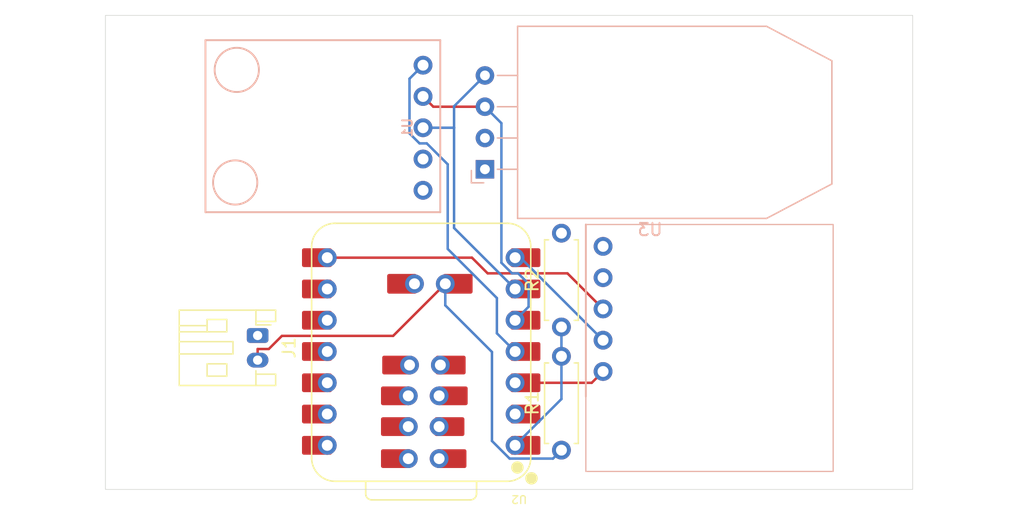
<source format=kicad_pcb>
(kicad_pcb (version 20241229) (generator "pcbnew") (generator_version "9.0")
  (layers (0 "F.Cu" signal) (4 "In1.Cu" power) (6 "In2.Cu" power) (2 "B.Cu" signal) (13 "F.Paste" user) (15 "B.Paste" user) (5 "F.SilkS" user "F.Silkscreen") (7 "B.SilkS" user "B.Silkscreen") (1 "F.Mask" user) (3 "B.Mask" user) (25 "Edge.Cuts" user))
  (net 0 "")
  (net 1 "+BATT")
  (net 2 "Net-(U2-GPIO0_A0_D0)")
  (net 3 "-BATT")
  (net 4 "unconnected-(U2-3V3_1-Pad24)")
  (net 5 "unconnected-(U2-MTDI-Pad17)")
  (net 6 "unconnected-(U2-MTCK-Pad22)")
  (net 7 "+3.3V")
  (net 8 "unconnected-(U2-GPIO20_D9_MISO-Pad10)")
  (net 9 "TX")
  (net 10 "LD2410S_EXT")
  (net 11 "unconnected-(U2-GND-Pad20)")
  (net 12 "unconnected-(U2-CHIP_EN-Pad19)")
  (net 13 "unconnected-(U2-GPIO18_D10_MOSI-Pad11)")
  (net 14 "SCL")
  (net 15 "unconnected-(U2-MTMS-Pad21)")
  (net 16 "unconnected-(U2-MTDO-Pad18)")
  (net 17 "BH1750_ADDR")
  (net 18 "SDA")
  (net 19 "unconnected-(U2-5V-Pad14)")
  (net 20 "unconnected-(U2-BOOT-Pad23)")
  (net 21 "RX")
  (net 22 "unconnected-(U2-GPIO19_D8_SCK-Pad9)")
  (net 23 "unconnected-(U2-GPIO1_A1_D1-Pad2)")
  (footprint "MountingHole:MountingHole_3.2mm_M3_DIN965" (layer "F.Cu") (at 145.5 60)
    (property "Reference" "H2" (hide yes))
    (property "Value" "MountingHole_3.2mm_M3_DIN965")
    (pad "" np_thru_hole circle (at 0 0) (size 3.2 3.2) (drill 3.2) (layers "*.Cu" "*.Mask"))
  )
  (footprint "XIAO:XIAO-ESP32C6-DIP_1" (layer "F.Cu") (at 109.075 52.3 180)
    (property "Reference" "U2" (at -8 -12 180) (layer "F.SilkS") (effects (font (size 0.635 0.635) (thickness 0.1016))))
    (property "Value" "XIAO-ESP32-S3-SMD")
    (fp_line (start 8.845 8.509) (end 8.845 -8.636) (stroke (width 0.127)) (layer "F.SilkS"))
    (fp_line (start 6.94 -10.541) (end -7.03 -10.541) (stroke (width 0.1)) (layer "F.SilkS"))
    (fp_line (start 6.94 -10.541) (end -7.03 -10.541) (stroke (width 0.127)) (layer "F.SilkS"))
    (fp_line (start 4.459 -11.551) (end 4.459 -10.541) (stroke (width 0.127)) (layer "F.SilkS"))
    (fp_line (start -4.036272 -12.051) (end 3.959 -12.051) (stroke (width 0.127)) (layer "F.SilkS"))
    (fp_line (start -4.54 -10.541) (end -4.536272 -11.551272) (stroke (width 0.127)) (layer "F.SilkS"))
    (fp_line (start -7.03 10.414) (end 6.94 10.414) (stroke (width 0.127)) (layer "F.SilkS"))
    (fp_line (start -8.935 8.509) (end -8.935 -8.636) (stroke (width 0.127)) (layer "F.SilkS"))
    (fp_arc (start 8.845 8.509) (mid 8.287038 9.856038) (end 6.94 10.414) (stroke (width 0.127)) (layer "F.SilkS"))
    (fp_arc (start 6.94 -10.541) (mid 8.287038 -9.983038) (end 8.845 -8.636) (stroke (width 0.127)) (layer "F.SilkS"))
    (fp_arc (start 3.959 -12.051) (mid 4.312553 -11.904553) (end 4.459 -11.551) (stroke (width 0.127)) (layer "F.SilkS"))
    (fp_arc (start -4.536272 -11.551272) (mid -4.389728 -11.90464) (end -4.036272 -12.051) (stroke (width 0.127)) (layer "F.SilkS"))
    (fp_arc (start -7.03 10.414) (mid -8.377038 9.856038) (end -8.935 8.509) (stroke (width 0.127)) (layer "F.SilkS"))
    (fp_arc (start -8.935 -8.636) (mid -8.377038 -9.983038) (end -7.03 -10.541) (stroke (width 0.127)) (layer "F.SilkS"))
    (fp_circle (center -7.852 -9.42) (end -7.852 -9.674) (stroke (width 0.5)) (fill yes) (layer "F.SilkS"))
    (fp_circle (center -8.995 -10.3) (end -8.995 -10.554) (stroke (width 0.5)) (fill yes) (layer "F.SilkS"))
    (pad "1" smd roundrect (at -8.5 -7.62) (size 2.432 1.524) (layers "F.Cu" "F.Mask") (roundrect_rratio 0.1) (net 2 "Net-(U2-GPIO0_A0_D0)"))
    (pad "1" thru_hole circle (at -7.665 -7.62) (size 1.524 1.524) (drill 0.889) (layers "*.Cu" "*.Mask") (net 2 "Net-(U2-GPIO0_A0_D0)"))
    (pad "2" smd roundrect (at -8.5 -5.08) (size 2.432 1.524) (layers "F.Cu" "F.Mask") (roundrect_rratio 0.1) (net 23 "unconnected-(U2-GPIO1_A1_D1-Pad2)"))
    (pad "2" thru_hole circle (at -7.665 -5.08) (size 1.524 1.524) (drill 0.889) (layers "*.Cu" "*.Mask") (net 23 "unconnected-(U2-GPIO1_A1_D1-Pad2)"))
    (pad "3" smd roundrect (at -8.5 -2.54) (size 2.432 1.524) (layers "F.Cu" "F.Mask") (roundrect_rratio 0.1) (net 10 "LD2410S_EXT"))
    (pad "3" thru_hole circle (at -7.665 -2.54) (size 1.524 1.524) (drill 0.889) (layers "*.Cu" "*.Mask") (net 10 "LD2410S_EXT"))
    (pad "4" smd roundrect (at -8.5 0) (size 2.432 1.524) (layers "F.Cu" "F.Mask") (roundrect_rratio 0.1) (net 17 "BH1750_ADDR"))
    (pad "4" thru_hole circle (at -7.665 0) (size 1.524 1.524) (drill 0.889) (layers "*.Cu" "*.Mask") (net 17 "BH1750_ADDR"))
    (pad "5" smd roundrect (at -8.5 2.54) (size 2.432 1.524) (layers "F.Cu" "F.Mask") (roundrect_rratio 0.1) (net 18 "SDA"))
    (pad "5" thru_hole circle (at -7.665 2.54) (size 1.524 1.524) (drill 0.889) (layers "*.Cu" "*.Mask") (net 18 "SDA"))
    (pad "6" smd roundrect (at -8.5 5.08) (size 2.432 1.524) (layers "F.Cu" "F.Mask") (roundrect_rratio 0.1) (net 14 "SCL"))
    (pad "6" thru_hole circle (at -7.665 5.08) (size 1.524 1.524) (drill 0.889) (layers "*.Cu" "*.Mask") (net 14 "SCL"))
    (pad "7" smd roundrect (at -8.5 7.62) (size 2.432 1.524) (layers "F.Cu" "F.Mask") (roundrect_rratio 0.1) (net 9 "TX"))
    (pad "7" thru_hole circle (at -7.665 7.62) (size 1.524 1.524) (drill 0.889) (layers "*.Cu" "*.Mask") (net 9 "TX"))
    (pad "8" thru_hole circle (at 7.575 7.62) (size 1.524 1.524) (drill 0.889) (layers "*.Cu" "*.Mask") (net 21 "RX"))
    (pad "8" smd roundrect (at 8.41 7.62 180) (size 2.432 1.524) (layers "F.Cu" "F.Mask") (roundrect_rratio 0.1) (net 21 "RX"))
    (pad "9" thru_hole circle (at 7.575 5.08) (size 1.524 1.524) (drill 0.889) (layers "*.Cu" "*.Mask") (net 22 "unconnected-(U2-GPIO19_D8_SCK-Pad9)"))
    (pad "9" smd roundrect (at 8.41 5.08 180) (size 2.432 1.524) (layers "F.Cu" "F.Mask") (roundrect_rratio 0.1) (net 22 "unconnected-(U2-GPIO19_D8_SCK-Pad9)"))
    (pad "10" thru_hole circle (at 7.575 2.54) (size 1.524 1.524) (drill 0.889) (layers "*.Cu" "*.Mask") (net 8 "unconnected-(U2-GPIO20_D9_MISO-Pad10)"))
    (pad "10" smd roundrect (at 8.41 2.54 180) (size 2.432 1.524) (layers "F.Cu" "F.Mask") (roundrect_rratio 0.1) (net 8 "unconnected-(U2-GPIO20_D9_MISO-Pad10)"))
    (pad "11" thru_hole circle (at 7.575 0) (size 1.524 1.524) (drill 0.889) (layers "*.Cu" "*.Mask") (net 13 "unconnected-(U2-GPIO18_D10_MOSI-Pad11)"))
    (pad "11" smd roundrect (at 8.41 0 180) (size 2.432 1.524) (layers "F.Cu" "F.Mask") (roundrect_rratio 0.1) (net 13 "unconnected-(U2-GPIO18_D10_MOSI-Pad11)"))
    (pad "12" thru_hole circle (at 7.575 -2.54) (size 1.524 1.524) (drill 0.889) (layers "*.Cu" "*.Mask") (net 7 "+3.3V"))
    (pad "12" smd roundrect (at 8.41 -2.54 180) (size 2.432 1.524) (layers "F.Cu" "F.Mask") (roundrect_rratio 0.1) (net 7 "+3.3V"))
    (pad "13" thru_hole circle (at 7.575 -5.08) (size 1.524 1.524) (drill 0.889) (layers "*.Cu" "*.Mask") (net 3 "-BATT"))
    (pad "13" smd roundrect (at 8.41 -5.08 180) (size 2.432 1.524) (layers "F.Cu" "F.Mask") (roundrect_rratio 0.1) (net 3 "-BATT"))
    (pad "14" thru_hole circle (at 7.575 -7.62) (size 1.524 1.524) (drill 0.889) (layers "*.Cu" "*.Mask") (net 19 "unconnected-(U2-5V-Pad14)"))
    (pad "14" smd roundrect (at 8.41 -7.62 180) (size 2.432 1.524) (layers "F.Cu" "F.Mask") (roundrect_rratio 0.1) (net 19 "unconnected-(U2-5V-Pad14)"))
    (pad "15" smd roundrect (at -3.008 5.5) (size 2.416 1.6) (layers "F.Cu" "F.Mask") (roundrect_rratio 0.1) (net 1 "+BATT"))
    (pad "15" thru_hole circle (at -2 5.5) (size 1.524 1.524) (drill 0.889) (layers "*.Cu" "*.Mask") (net 1 "+BATT"))
    (pad "16" thru_hole circle (at 0.5 5.5) (size 1.524 1.524) (drill 0.889) (layers "*.Cu" "*.Mask") (net 3 "-BATT"))
    (pad "16" smd roundrect (at 1.508 5.5 180) (size 2.416 1.6) (layers "F.Cu" "F.Mask") (roundrect_rratio 0.1) (net 3 "-BATT"))
    (pad "17" smd roundrect (at -2.5 -8.7) (size 2.432 1.524) (layers "F.Cu" "F.Mask") (roundrect_rratio 0.1) (net 5 "unconnected-(U2-MTDI-Pad17)"))
    (pad "17" thru_hole circle (at -1.5 -8.7) (size 1.524 1.524) (drill 0.889) (layers "*.Cu" "*.Mask") (net 5 "unconnected-(U2-MTDI-Pad17)"))
    (pad "18" thru_hole circle (at 1 -8.7) (size 1.524 1.524) (drill 0.889) (layers "*.Cu" "*.Mask") (net 16 "unconnected-(U2-MTDO-Pad18)"))
    (pad "18" smd roundrect (at 2 -8.7 180) (size 2.432 1.524) (layers "F.Cu" "F.Mask") (roundrect_rratio 0.1) (net 16 "unconnected-(U2-MTDO-Pad18)"))
    (pad "19" smd roundrect (at -2.335 -6.1) (size 2.432 1.524) (layers "F.Cu" "F.Mask") (roundrect_rratio 0.1) (net 12 "unconnected-(U2-CHIP_EN-Pad19)"))
    (pad "19" thru_hole circle (at -1.5 -6.1) (size 1.524 1.524) (drill 0.889) (layers "*.Cu" "*.Mask") (net 12 "unconnected-(U2-CHIP_EN-Pad19)"))
    (pad "20" thru_hole circle (at 1 -6.1) (size 1.524 1.524) (drill 0.889) (layers "*.Cu" "*.Mask") (net 11 "unconnected-(U2-GND-Pad20)"))
    (pad "20" smd roundrect (at 2 -6.1 180) (size 2.432 1.524) (layers "F.Cu" "F.Mask") (roundrect_rratio 0.1) (net 11 "unconnected-(U2-GND-Pad20)"))
    (pad "21" smd roundrect (at -2.6 -3.6) (size 2.432 1.524) (layers "F.Cu" "F.Mask") (roundrect_rratio 0.1) (net 15 "unconnected-(U2-MTMS-Pad21)"))
    (pad "21" thru_hole circle (at -1.5 -3.6) (size 1.524 1.524) (drill 0.889) (layers "*.Cu" "*.Mask") (net 15 "unconnected-(U2-MTMS-Pad21)"))
    (pad "22" thru_hole circle (at 1 -3.6) (size 1.524 1.524) (drill 0.889) (layers "*.Cu" "*.Mask") (net 6 "unconnected-(U2-MTCK-Pad22)"))
    (pad "22" smd roundrect (at 2 -3.6 180) (size 2.432 1.524) (layers "F.Cu" "F.Mask") (roundrect_rratio 0.1) (net 6 "unconnected-(U2-MTCK-Pad22)"))
    (pad "23" smd roundrect (at -2.435 -1.1) (size 2.432 1.524) (layers "F.Cu" "F.Mask") (roundrect_rratio 0.1) (net 20 "unconnected-(U2-BOOT-Pad23)"))
    (pad "23" thru_hole circle (at -1.6 -1.1) (size 1.524 1.524) (drill 0.889) (layers "*.Cu" "*.Mask") (net 20 "unconnected-(U2-BOOT-Pad23)"))
    (pad "24" thru_hole circle (at 0.9 -1.1 180) (size 1.524 1.524) (drill 0.889) (layers "*.Cu" "*.Mask") (net 4 "unconnected-(U2-3V3_1-Pad24)"))
    (pad "24" smd roundrect (at 1.9 -1.1 180) (size 2.432 1.524) (layers "F.Cu" "F.Mask") (roundrect_rratio 0.1) (net 4 "unconnected-(U2-3V3_1-Pad24)"))
  )
  (footprint "MountingHole:MountingHole_3.2mm_M3_DIN965" (layer "F.Cu") (at 87.5 28.5)
    (property "Reference" "H4" (hide yes))
    (property "Value" "MountingHole_3.2mm_M3_DIN965")
    (pad "" np_thru_hole circle (at 0 0) (size 3.2 3.2) (drill 3.2) (layers "*.Cu" "*.Mask"))
  )
  (footprint "Connector_JST:JST_PH_S2B-PH-K_1x02_P2.00mm_Horizontal" (layer "F.Cu") (at 95.85 51 -90)
    (property "Reference" "J1" (at 1 -2.55 90) (layer "F.SilkS"))
    (property "Value" "Conn_01x02_Socket")
    (fp_line (start -2.06 6.36) (end 4.06 6.36) (stroke (width 0.12)) (layer "F.SilkS"))
    (fp_line (start 0.5 6.36) (end 0.5 2) (stroke (width 0.12)) (layer "F.SilkS"))
    (fp_line (start 4.06 6.36) (end 4.06 -1.46) (stroke (width 0.12)) (layer "F.SilkS"))
    (fp_line (start -1.3 4.1) (end -0.3 4.1) (stroke (width 0.12)) (layer "F.SilkS"))
    (fp_line (start -0.8 4.1) (end -0.8 6.36) (stroke (width 0.12)) (layer "F.SilkS"))
    (fp_line (start -0.3 4.1) (end -0.3 6.36) (stroke (width 0.12)) (layer "F.SilkS"))
    (fp_line (start -0.3 4.1) (end -0.3 2.5) (stroke (width 0.12)) (layer "F.SilkS"))
    (fp_line (start 2.3 4.1) (end 2.3 2.5) (stroke (width 0.12)) (layer "F.SilkS"))
    (fp_line (start 3.3 4.1) (end 2.3 4.1) (stroke (width 0.12)) (layer "F.SilkS"))
    (fp_line (start -1.3 2.5) (end -1.3 4.1) (stroke (width 0.12)) (layer "F.SilkS"))
    (fp_line (start -0.3 2.5) (end -1.3 2.5) (stroke (width 0.12)) (layer "F.SilkS"))
    (fp_line (start 2.3 2.5) (end 3.3 2.5) (stroke (width 0.12)) (layer "F.SilkS"))
    (fp_line (start 3.3 2.5) (end 3.3 4.1) (stroke (width 0.12)) (layer "F.SilkS"))
    (fp_line (start 0.5 2) (end 1.5 2) (stroke (width 0.12)) (layer "F.SilkS"))
    (fp_line (start 1.5 2) (end 1.5 6.36) (stroke (width 0.12)) (layer "F.SilkS"))
    (fp_line (start -2.06 0.14) (end -1.14 0.14) (stroke (width 0.12)) (layer "F.SilkS"))
    (fp_line (start -1.14 0.14) (end -1.14 -1.46) (stroke (width 0.12)) (layer "F.SilkS"))
    (fp_line (start -0.86 0.14) (end -1.14 0.14) (stroke (width 0.12)) (layer "F.SilkS"))
    (fp_line (start -0.86 0.14) (end -0.86 -1.075) (stroke (width 0.12)) (layer "F.SilkS"))
    (fp_line (start 3.14 0.14) (end 2.86 0.14) (stroke (width 0.12)) (layer "F.SilkS"))
    (fp_line (start 4.06 0.14) (end 3.14 0.14) (stroke (width 0.12)) (layer "F.SilkS"))
    (fp_line (start -2.06 -1.46) (end -2.06 6.36) (stroke (width 0.12)) (layer "F.SilkS"))
    (fp_line (start -1.14 -1.46) (end -2.06 -1.46) (stroke (width 0.12)) (layer "F.SilkS"))
    (fp_line (start 3.14 -1.46) (end 3.14 0.14) (stroke (width 0.12)) (layer "F.SilkS"))
    (fp_line (start 4.06 -1.46) (end 3.14 -1.46) (stroke (width 0.12)) (layer "F.SilkS"))
    (pad "1" thru_hole roundrect (at 0 0 270) (size 1.2 1.75) (drill 0.75) (layers "*.Cu" "*.Mask") (roundrect_rratio 0.208333) (net 3 "-BATT"))
    (pad "2" thru_hole oval (at 2 0 270) (size 1.2 1.75) (drill 0.75) (layers "*.Cu" "*.Mask") (net 1 "+BATT"))
  )
  (footprint "Resistor_THT:R_Axial_DIN0207_L6.3mm_D2.5mm_P7.62mm_Horizontal" (layer "F.Cu") (at 120.5 60.31 90)
    (property "Reference" "R1" (at 3.81 -2.37 90) (layer "F.SilkS"))
    (property "Value" "R200K")
    (fp_line (start 7.08 -1.37) (end 7.08 -1.04) (stroke (width 0.12)) (layer "F.SilkS"))
    (fp_line (start 0.54 -1.37) (end 7.08 -1.37) (stroke (width 0.12)) (layer "F.SilkS"))
    (fp_line (start 0.54 -1.04) (end 0.54 -1.37) (stroke (width 0.12)) (layer "F.SilkS"))
    (fp_line (start 0.54 1.04) (end 0.54 1.37) (stroke (width 0.12)) (layer "F.SilkS"))
    (fp_line (start 7.08 1.37) (end 7.08 1.04) (stroke (width 0.12)) (layer "F.SilkS"))
    (fp_line (start 0.54 1.37) (end 7.08 1.37) (stroke (width 0.12)) (layer "F.SilkS"))
    (pad "1" thru_hole circle (at 0 0 270) (size 1.524 1.524) (drill 0.889) (layers "*.Cu" "*.Mask") (net 1 "+BATT"))
    (pad "2" thru_hole circle (at 7.62 0 270) (size 1.524 1.524) (drill 0.889) (layers "*.Cu" "*.Mask") (net 2 "Net-(U2-GPIO0_A0_D0)"))
  )
  (footprint "MountingHole:MountingHole_3.2mm_M3_DIN965" (layer "F.Cu") (at 87.5 60)
    (property "Reference" "H3" (hide yes))
    (property "Value" "MountingHole_3.2mm_M3_DIN965")
    (pad "" np_thru_hole circle (at 0 0) (size 3.2 3.2) (drill 3.2) (layers "*.Cu" "*.Mask"))
  )
  (footprint "MountingHole:MountingHole_3.2mm_M3_DIN965" (layer "F.Cu") (at 145.5 28.5)
    (property "Reference" "H1" (hide yes))
    (property "Value" "MountingHole_3.2mm_M3_DIN965")
    (pad "" np_thru_hole circle (at 0 0) (size 3.2 3.2) (drill 3.2) (layers "*.Cu" "*.Mask"))
  )
  (footprint "Resistor_THT:R_Axial_DIN0207_L6.3mm_D2.5mm_P7.62mm_Horizontal" (layer "F.Cu") (at 120.5 50.31 90)
    (property "Reference" "R2" (at 3.81 -2.37 90) (layer "F.SilkS"))
    (property "Value" "R200K")
    (fp_line (start 7.08 -1.37) (end 7.08 -1.04) (stroke (width 0.12)) (layer "F.SilkS"))
    (fp_line (start 0.54 -1.37) (end 7.08 -1.37) (stroke (width 0.12)) (layer "F.SilkS"))
    (fp_line (start 0.54 -1.04) (end 0.54 -1.37) (stroke (width 0.12)) (layer "F.SilkS"))
    (fp_line (start 0.54 1.04) (end 0.54 1.37) (stroke (width 0.12)) (layer "F.SilkS"))
    (fp_line (start 7.08 1.37) (end 7.08 1.04) (stroke (width 0.12)) (layer "F.SilkS"))
    (fp_line (start 0.54 1.37) (end 7.08 1.37) (stroke (width 0.12)) (layer "F.SilkS"))
    (pad "1" thru_hole circle (at 0 0 270) (size 1.524 1.524) (drill 0.889) (layers "*.Cu" "*.Mask") (net 2 "Net-(U2-GPIO0_A0_D0)"))
    (pad "2" thru_hole circle (at 7.62 0 270) (size 1.524 1.524) (drill 0.889) (layers "*.Cu" "*.Mask") (net 3 "-BATT"))
  )
  (footprint "Sensor:ASAIR_AM2302_P2.54mm_Lead2.75mm_TabDown" (layer "B.Cu") (at 114.2925 37.5)
    (property "Reference" "U3" (at 13.4 4.9 0) (layer "B.SilkS") (effects (justify mirror)))
    (property "Value" "SHTC3")
    (fp_line (start -1.1 0.1) (end -1.1 1.1) (stroke (width 0.12)) (layer "B.SilkS"))
    (fp_line (start -1.1 1.1) (end -0.1 1.1) (stroke (width 0.12)) (layer "B.SilkS"))
    (fp_line (start 1.01 -7.62) (end 2.65 -7.62) (stroke (width 0.12)) (layer "B.SilkS"))
    (fp_line (start 1.01 -5.08) (end 2.65 -5.08) (stroke (width 0.12)) (layer "B.SilkS"))
    (fp_line (start 1.01 -2.54) (end 2.65 -2.54) (stroke (width 0.12)) (layer "B.SilkS"))
    (fp_line (start 1.01 0) (end 2.65 0) (stroke (width 0.12)) (layer "B.SilkS"))
    (fp_line (start 2.65 -11.61) (end 2.65 3.99) (stroke (width 0.12)) (layer "B.SilkS"))
    (fp_line (start 2.65 3.99) (end 22.85 3.99) (stroke (width 0.12)) (layer "B.SilkS"))
    (fp_line (start 22.85 -11.61) (end 2.65 -11.61) (stroke (width 0.12)) (layer "B.SilkS"))
    (fp_line (start 22.85 3.99) (end 28.15 1.19) (stroke (width 0.12)) (layer "B.SilkS"))
    (fp_line (start 28.15 -8.81) (end 22.85 -11.61) (stroke (width 0.12)) (layer "B.SilkS"))
    (fp_line (start 28.15 1.19) (end 28.15 -8.81) (stroke (width 0.12)) (layer "B.SilkS"))
    (pad "" np_thru_hole circle (at 25.3 -3.81) (size 3 3) (drill 3) (layers "F&B.Cu" "*.Mask"))
    (pad "1" thru_hole rect (at 0 0) (size 1.5 1.5) (drill 0.8) (layers "*.Cu" "*.Mask") (net 7 "+3.3V"))
    (pad "2" thru_hole circle (at 0 -2.54) (size 1.5 1.5) (drill 0.8) (layers "*.Cu" "*.Mask") (net 3 "-BATT"))
    (pad "3" thru_hole circle (at 0 -5.08) (size 1.5 1.5) (drill 0.8) (layers "*.Cu" "*.Mask") (net 18 "SDA"))
    (pad "4" thru_hole circle (at 0 -7.62) (size 1.5 1.5) (drill 0.8) (layers "*.Cu" "*.Mask") (net 14 "SCL"))
  )
  (footprint "EXTRA:LD2410S" (layer "B.Cu") (at 125.1466 48.8421 -90)
    (property "Reference" "U4" (hide yes))
    (property "Value" "~")
    (fp_line (start -6.858 2.667) (end 7.112 2.667) (stroke (width 0.1524)) (layer "B.SilkS"))
    (fp_rect (start -6.858 2.667) (end 13.2 -17.4) (stroke (width 0.1)) (fill no) (layer "B.SilkS"))
    (pad "3V3" thru_hole circle (at -5.08 1.27 90) (size 1.524 1.524) (drill 0.889) (layers "*.Cu" "*.Mask") (net 7 "+3.3V"))
    (pad "GND" thru_hole circle (at -2.54 1.27 90) (size 1.524 1.524) (drill 0.889) (layers "*.Cu" "*.Mask") (net 3 "-BATT"))
    (pad "OT2" thru_hole circle (at 5.08 1.27 90) (size 1.524 1.524) (drill 0.889) (layers "*.Cu" "*.Mask") (net 10 "LD2410S_EXT"))
    (pad "RX" thru_hole circle (at 2.54 1.27 90) (size 1.524 1.524) (drill 0.889) (layers "*.Cu" "*.Mask") (net 9 "TX"))
    (pad "TX" thru_hole circle (at 0 1.27 90) (size 1.524 1.524) (drill 0.889) (layers "*.Cu" "*.Mask") (net 21 "RX"))
  )
  (footprint "EXTRA:ZC362800_" (layer "B.Cu") (at 108 34.127 90)
    (property "Reference" "U1" (at 0 0 90) (layer "B.SilkS") (effects (font (size 0.787402 0.787402)) (justify mirror)))
    (property "Value" "ZC362800_")
    (fp_line (start 7.112 -16.383) (end -6.858 -16.383) (stroke (width 0.1524)) (layer "B.SilkS"))
    (fp_line (start -6.858 -16.383) (end -6.858 2.667) (stroke (width 0.1524)) (layer "B.SilkS"))
    (fp_line (start 7.112 2.667) (end 7.112 -16.383) (stroke (width 0.1524)) (layer "B.SilkS"))
    (fp_line (start -6.858 2.667) (end 7.112 2.667) (stroke (width 0.1524)) (layer "B.SilkS"))
    (fp_circle (center -4.445 -13.97) (end -2.64895 -13.97) (stroke (width 0.1524)) (fill no) (layer "B.SilkS"))
    (fp_circle (center 4.699 -13.843) (end 6.49505 -13.843) (stroke (width 0.1524)) (fill no) (layer "B.SilkS"))
    (pad "1" thru_hole circle (at -5.08 1.27 270) (size 1.524 1.524) (drill 0.889) (layers "*.Cu" "*.Mask") (net 7 "+3.3V"))
    (pad "2" thru_hole circle (at -2.54 1.27 270) (size 1.524 1.524) (drill 0.889) (layers "*.Cu" "*.Mask") (net 3 "-BATT"))
    (pad "3" thru_hole circle (at 0 1.27 270) (size 1.524 1.524) (drill 0.889) (layers "*.Cu" "*.Mask") (net 14 "SCL"))
    (pad "4" thru_hole circle (at 2.54 1.27 270) (size 1.524 1.524) (drill 0.889) (layers "*.Cu" "*.Mask") (net 18 "SDA"))
    (pad "5" thru_hole circle (at 5.08 1.27 270) (size 1.524 1.524) (drill 0.889) (layers "*.Cu" "*.Mask") (net 17 "BH1750_ADDR"))
  )
  (gr_rect (start 83.5 25) (end 149 63.5) (stroke (width 0.05)) (fill no) (layer "Edge.Cuts"))
  (segment (start 111.075 46.8) (end 106.845 51.03) (width 0.2) (layer "F.Cu") (net 1))
  (segment (start 97.82 51.03) (end 96.7517 52.0983) (width 0.2) (layer "F.Cu") (net 1))
  (segment (start 106.845 51.03) (end 97.82 51.03) (width 0.2) (layer "F.Cu") (net 1))
  (segment (start 96.7517 52.0983) (end 95.85 52.0983) (width 0.2) (layer "F.Cu") (net 1))
  (segment (start 95.85 53) (end 95.85 52.0983) (width 0.2) (layer "F.Cu") (net 1))
  (segment (start 112.083 46.8) (end 111.075 46.8) (width 0.2) (layer "F.Cu") (net 1))
  (segment (start 111.075 48.5508) (end 111.075 46.8) (width 0.2) (layer "B.Cu") (net 1))
  (segment (start 119.8128 60.9972) (end 116.2946 60.9972) (width 0.2) (layer "B.Cu") (net 1))
  (segment (start 114.862 52.3378) (end 111.075 48.5508) (width 0.2) (layer "B.Cu") (net 1))
  (segment (start 114.862 59.5646) (end 114.862 52.3378) (width 0.2) (layer "B.Cu") (net 1))
  (segment (start 116.2946 60.9972) (end 114.862 59.5646) (width 0.2) (layer "B.Cu") (net 1))
  (segment (start 120.5 60.31) (end 119.8128 60.9972) (width 0.2) (layer "B.Cu") (net 1))
  (segment (start 117.575 59.92) (end 116.74 59.92) (width 0.2) (layer "F.Cu") (net 2))
  (segment (start 120.5 50.31) (end 120.5 52.69) (width 0.2) (layer "B.Cu") (net 2))
  (segment (start 120.5 56.16) (end 116.74 59.92) (width 0.2) (layer "B.Cu") (net 2))
  (segment (start 120.5 52.69) (end 120.5 56.16) (width 0.2) (layer "B.Cu") (net 2))
  (segment (start 108.575 46.8) (end 107.567 46.8) (width 0.2) (layer "F.Cu") (net 3))
  (segment (start 101.5 57.38) (end 100.665 57.38) (width 0.2) (layer "F.Cu") (net 3))
  (segment (start 107.175 53.4) (end 108.175 53.4) (width 0.2) (layer "F.Cu") (net 4))
  (segment (start 111.575 61) (end 110.575 61) (width 0.2) (layer "F.Cu") (net 5))
  (segment (start 107.075 55.9) (end 108.075 55.9) (width 0.2) (layer "F.Cu") (net 6))
  (segment (start 101.5 54.84) (end 100.665 54.84) (width 0.2) (layer "F.Cu") (net 7))
  (segment (start 101.5 49.76) (end 100.665 49.76) (width 0.2) (layer "F.Cu") (net 8))
  (segment (start 116.74 44.68) (end 117.575 44.68) (width 0.2) (layer "F.Cu") (net 9))
  (segment (start 123.8766 51.3821) (end 117.1745 44.68) (width 0.2) (layer "B.Cu") (net 9))
  (segment (start 117.1745 44.68) (end 116.74 44.68) (width 0.2) (layer "B.Cu") (net 9))
  (segment (start 123.8766 53.9221) (end 122.9587 54.84) (width 0.2) (layer "F.Cu") (net 10))
  (segment (start 122.9587 54.84) (end 117.575 54.84) (width 0.2) (layer "F.Cu") (net 10))
  (segment (start 116.74 54.84) (end 117.575 54.84) (width 0.2) (layer "F.Cu") (net 10))
  (segment (start 108.075 58.4) (end 107.075 58.4) (width 0.2) (layer "F.Cu") (net 11))
  (segment (start 110.575 58.4) (end 111.41 58.4) (width 0.2) (layer "F.Cu") (net 12))
  (segment (start 101.5 52.3) (end 100.665 52.3) (width 0.2) (layer "F.Cu") (net 13))
  (segment (start 116.74 47.22) (end 117.575 47.22) (width 0.2) (layer "F.Cu") (net 14))
  (segment (start 109.27 34.127) (end 111.7873 34.127) (width 0.2) (layer "B.Cu") (net 14))
  (segment (start 111.7873 34.127) (end 111.7873 32.4265) (width 0.2) (layer "B.Cu") (net 14))
  (segment (start 111.7873 32.4265) (end 111.7873 32.3852) (width 0.2) (layer "B.Cu") (net 14))
  (segment (start 116.74 47.22) (end 111.7874 42.2674) (width 0.2) (layer "B.Cu") (net 14))
  (segment (start 111.7873 32.3852) (end 114.2925 29.88) (width 0.2) (layer "B.Cu") (net 14))
  (segment (start 111.7874 34.127) (end 111.7873 34.127) (width 0.2) (layer "B.Cu") (net 14))
  (segment (start 111.7874 42.2674) (end 111.7874 34.127) (width 0.2) (layer "B.Cu") (net 14))
  (segment (start 110.575 55.9) (end 111.675 55.9) (width 0.2) (layer "F.Cu") (net 15))
  (segment (start 107.075 61) (end 108.075 61) (width 0.2) (layer "F.Cu") (net 16))
  (segment (start 116.74 52.3) (end 117.575 52.3) (width 0.2) (layer "F.Cu") (net 17))
  (segment (start 111.2725 37.0957) (end 111.2725 43.9694) (width 0.2) (layer "B.Cu") (net 17))
  (segment (start 108.9839 35.397) (end 109.5738 35.397) (width 0.2) (layer "B.Cu") (net 17))
  (segment (start 115.2622 50.8222) (end 116.74 52.3) (width 0.2) (layer "B.Cu") (net 17))
  (segment (start 115.2622 47.9591) (end 115.2622 50.8222) (width 0.2) (layer "B.Cu") (net 17))
  (segment (start 108.1723 34.5854) (end 108.9839 35.397) (width 0.2) (layer "B.Cu") (net 17))
  (segment (start 108.1723 30.1447) (end 108.1723 34.5854) (width 0.2) (layer "B.Cu") (net 17))
  (segment (start 109.5738 35.397) (end 111.2725 37.0957) (width 0.2) (layer "B.Cu") (net 17))
  (segment (start 109.27 29.047) (end 108.1723 30.1447) (width 0.2) (layer "B.Cu") (net 17))
  (segment (start 111.2725 43.9694) (end 115.2622 47.9591) (width 0.2) (layer "B.Cu") (net 17))
  (segment (start 116.74 49.76) (end 117.575 49.76) (width 0.2) (layer "F.Cu") (net 18))
  (segment (start 110.103 32.42) (end 109.27 31.587) (width 0.2) (layer "F.Cu") (net 18))
  (segment (start 114.2925 32.42) (end 110.103 32.42) (width 0.2) (layer "F.Cu") (net 18))
  (segment (start 115.6284 45.0933) (end 115.6284 33.7559) (width 0.2) (layer "B.Cu") (net 18))
  (segment (start 117.8334 48.6666) (end 117.8334 46.7994) (width 0.2) (layer "B.Cu") (net 18))
  (segment (start 116.984 45.95) (end 116.4851 45.95) (width 0.2) (layer "B.Cu") (net 18))
  (segment (start 115.6284 33.7559) (end 114.2925 32.42) (width 0.2) (layer "B.Cu") (net 18))
  (segment (start 117.8334 46.7994) (end 116.984 45.95) (width 0.2) (layer "B.Cu") (net 18))
  (segment (start 116.74 49.76) (end 117.8334 48.6666) (width 0.2) (layer "B.Cu") (net 18))
  (segment (start 116.4851 45.95) (end 115.6284 45.0933) (width 0.2) (layer "B.Cu") (net 18))
  (segment (start 100.665 59.92) (end 101.5 59.92) (width 0.2) (layer "F.Cu") (net 19))
  (segment (start 110.675 53.4) (end 111.51 53.4) (width 0.2) (layer "F.Cu") (net 20))
  (segment (start 113.2409 44.68) (end 101.5 44.68) (width 0.2) (layer "F.Cu") (net 21))
  (segment (start 100.665 44.68) (end 101.5 44.68) (width 0.2) (layer "F.Cu") (net 21))
  (segment (start 120.9845 45.95) (end 114.5109 45.95) (width 0.2) (layer "F.Cu") (net 21))
  (segment (start 123.8766 48.8421) (end 120.9845 45.95) (width 0.2) (layer "F.Cu") (net 21))
  (segment (start 114.5109 45.95) (end 113.2409 44.68) (width 0.2) (layer "F.Cu") (net 21))
  (segment (start 100.665 47.22) (end 101.5 47.22) (width 0.2) (layer "F.Cu") (net 22))
  (segment (start 116.74 57.38) (end 117.575 57.38) (width 0.2) (layer "F.Cu") (net 23))
)
</source>
